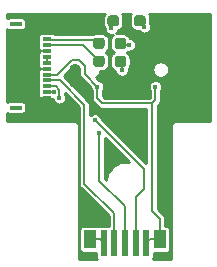
<source format=gbr>
%TF.GenerationSoftware,KiCad,Pcbnew,(5.1.10)-1*%
%TF.CreationDate,2022-03-08T18:47:31-05:00*%
%TF.ProjectId,030,3033302e-6b69-4636-9164-5f7063625858,rev?*%
%TF.SameCoordinates,Original*%
%TF.FileFunction,Copper,L1,Top*%
%TF.FilePolarity,Positive*%
%FSLAX46Y46*%
G04 Gerber Fmt 4.6, Leading zero omitted, Abs format (unit mm)*
G04 Created by KiCad (PCBNEW (5.1.10)-1) date 2022-03-08 18:47:31*
%MOMM*%
%LPD*%
G01*
G04 APERTURE LIST*
%TA.AperFunction,ComponentPad*%
%ADD10O,1.000000X1.600000*%
%TD*%
%TA.AperFunction,ComponentPad*%
%ADD11O,1.000000X2.100000*%
%TD*%
%TA.AperFunction,SMDPad,CuDef*%
%ADD12R,0.762000X0.355600*%
%TD*%
%TA.AperFunction,SMDPad,CuDef*%
%ADD13R,1.041400X0.355600*%
%TD*%
%TA.AperFunction,SMDPad,CuDef*%
%ADD14R,1.060000X1.580000*%
%TD*%
%TA.AperFunction,SMDPad,CuDef*%
%ADD15R,0.600000X2.180000*%
%TD*%
%TA.AperFunction,ViaPad*%
%ADD16C,0.400000*%
%TD*%
%TA.AperFunction,Conductor*%
%ADD17C,0.200000*%
%TD*%
%TA.AperFunction,Conductor*%
%ADD18C,0.250000*%
%TD*%
%TA.AperFunction,Conductor*%
%ADD19C,0.100000*%
%TD*%
G04 APERTURE END LIST*
D10*
%TO.P,USB,S1*%
%TO.N,GND*%
X110619000Y-53814000D03*
X101979000Y-53814000D03*
D11*
X101979000Y-57994000D03*
X110619000Y-57994000D03*
%TD*%
D12*
%TO.P,J1,1*%
%TO.N,GND*%
X99568000Y-54388001D03*
%TO.P,J1,2*%
%TO.N,/D+*%
X99568000Y-54888000D03*
%TO.P,J1,3*%
%TO.N,/D-*%
X99568000Y-55388002D03*
%TO.P,J1,4*%
%TO.N,GND*%
X99568000Y-55888001D03*
%TO.P,J1,5*%
%TO.N,Net-(J1-Pad5)*%
X99568000Y-56388000D03*
%TO.P,J1,6*%
X99568000Y-56888001D03*
%TO.P,J1,7*%
%TO.N,GND*%
X99568000Y-57388001D03*
%TO.P,J1,8*%
%TO.N,+5V*%
X99568000Y-57888002D03*
%TO.P,J1,9*%
%TO.N,/G*%
X99568000Y-58388001D03*
%TO.P,J1,10*%
%TO.N,/R*%
X99568000Y-58888000D03*
%TO.P,J1,11*%
%TO.N,/B*%
X99568000Y-59388002D03*
%TO.P,J1,12*%
%TO.N,GND*%
X99568000Y-59888001D03*
D13*
%TO.P,J1,13*%
%TO.N,N/C*%
X96918000Y-53598000D03*
%TO.P,J1,14*%
X96918000Y-60678002D03*
%TD*%
D14*
%TO.P,D1,1*%
%TO.N,+5V*%
X103222000Y-71836000D03*
D15*
%TO.P,D1,2*%
X104372000Y-72136000D03*
%TO.P,D1,3*%
%TO.N,/G*%
X105272000Y-72136000D03*
%TO.P,D1,4*%
%TO.N,/R*%
X106172000Y-72136000D03*
%TO.P,D1,5*%
%TO.N,/B*%
X107072000Y-72136000D03*
%TO.P,D1,6*%
%TO.N,+5V*%
X107972000Y-72136000D03*
D14*
%TO.P,D1,7*%
X109122000Y-71836000D03*
%TD*%
%TO.P,R1,1*%
%TO.N,Net-(J2-PadA6)*%
%TA.AperFunction,SMDPad,CuDef*%
G36*
G01*
X106278500Y-55007500D02*
X106278500Y-55482500D01*
G75*
G02*
X106041000Y-55720000I-237500J0D01*
G01*
X105541000Y-55720000D01*
G75*
G02*
X105303500Y-55482500I0J237500D01*
G01*
X105303500Y-55007500D01*
G75*
G02*
X105541000Y-54770000I237500J0D01*
G01*
X106041000Y-54770000D01*
G75*
G02*
X106278500Y-55007500I0J-237500D01*
G01*
G37*
%TD.AperFunction*%
%TO.P,R1,2*%
%TO.N,/D+*%
%TA.AperFunction,SMDPad,CuDef*%
G36*
G01*
X104453500Y-55007500D02*
X104453500Y-55482500D01*
G75*
G02*
X104216000Y-55720000I-237500J0D01*
G01*
X103716000Y-55720000D01*
G75*
G02*
X103478500Y-55482500I0J237500D01*
G01*
X103478500Y-55007500D01*
G75*
G02*
X103716000Y-54770000I237500J0D01*
G01*
X104216000Y-54770000D01*
G75*
G02*
X104453500Y-55007500I0J-237500D01*
G01*
G37*
%TD.AperFunction*%
%TD*%
%TO.P,R2,2*%
%TO.N,/D-*%
%TA.AperFunction,SMDPad,CuDef*%
G36*
G01*
X104453500Y-56531500D02*
X104453500Y-57006500D01*
G75*
G02*
X104216000Y-57244000I-237500J0D01*
G01*
X103716000Y-57244000D01*
G75*
G02*
X103478500Y-57006500I0J237500D01*
G01*
X103478500Y-56531500D01*
G75*
G02*
X103716000Y-56294000I237500J0D01*
G01*
X104216000Y-56294000D01*
G75*
G02*
X104453500Y-56531500I0J-237500D01*
G01*
G37*
%TD.AperFunction*%
%TO.P,R2,1*%
%TO.N,Net-(J2-PadA7)*%
%TA.AperFunction,SMDPad,CuDef*%
G36*
G01*
X106278500Y-56531500D02*
X106278500Y-57006500D01*
G75*
G02*
X106041000Y-57244000I-237500J0D01*
G01*
X105541000Y-57244000D01*
G75*
G02*
X105303500Y-57006500I0J237500D01*
G01*
X105303500Y-56531500D01*
G75*
G02*
X105541000Y-56294000I237500J0D01*
G01*
X106041000Y-56294000D01*
G75*
G02*
X106278500Y-56531500I0J-237500D01*
G01*
G37*
%TD.AperFunction*%
%TD*%
%TO.P,R3,1*%
%TO.N,Net-(J2-PadB5)*%
%TA.AperFunction,SMDPad,CuDef*%
G36*
G01*
X106954500Y-53577500D02*
X106954500Y-53102500D01*
G75*
G02*
X107192000Y-52865000I237500J0D01*
G01*
X107692000Y-52865000D01*
G75*
G02*
X107929500Y-53102500I0J-237500D01*
G01*
X107929500Y-53577500D01*
G75*
G02*
X107692000Y-53815000I-237500J0D01*
G01*
X107192000Y-53815000D01*
G75*
G02*
X106954500Y-53577500I0J237500D01*
G01*
G37*
%TD.AperFunction*%
%TO.P,R3,2*%
%TO.N,GND*%
%TA.AperFunction,SMDPad,CuDef*%
G36*
G01*
X108779500Y-53577500D02*
X108779500Y-53102500D01*
G75*
G02*
X109017000Y-52865000I237500J0D01*
G01*
X109517000Y-52865000D01*
G75*
G02*
X109754500Y-53102500I0J-237500D01*
G01*
X109754500Y-53577500D01*
G75*
G02*
X109517000Y-53815000I-237500J0D01*
G01*
X109017000Y-53815000D01*
G75*
G02*
X108779500Y-53577500I0J237500D01*
G01*
G37*
%TD.AperFunction*%
%TD*%
%TO.P,R4,2*%
%TO.N,Net-(J2-PadA5)*%
%TA.AperFunction,SMDPad,CuDef*%
G36*
G01*
X104692000Y-53577500D02*
X104692000Y-53102500D01*
G75*
G02*
X104929500Y-52865000I237500J0D01*
G01*
X105429500Y-52865000D01*
G75*
G02*
X105667000Y-53102500I0J-237500D01*
G01*
X105667000Y-53577500D01*
G75*
G02*
X105429500Y-53815000I-237500J0D01*
G01*
X104929500Y-53815000D01*
G75*
G02*
X104692000Y-53577500I0J237500D01*
G01*
G37*
%TD.AperFunction*%
%TO.P,R4,1*%
%TO.N,GND*%
%TA.AperFunction,SMDPad,CuDef*%
G36*
G01*
X102867000Y-53577500D02*
X102867000Y-53102500D01*
G75*
G02*
X103104500Y-52865000I237500J0D01*
G01*
X103604500Y-52865000D01*
G75*
G02*
X103842000Y-53102500I0J-237500D01*
G01*
X103842000Y-53577500D01*
G75*
G02*
X103604500Y-53815000I-237500J0D01*
G01*
X103104500Y-53815000D01*
G75*
G02*
X102867000Y-53577500I0J237500D01*
G01*
G37*
%TD.AperFunction*%
%TD*%
D16*
%TO.N,+5V*%
X103849000Y-58909000D03*
X108749000Y-58909000D03*
X109122000Y-71836000D03*
X103222000Y-71836000D03*
%TO.N,/R*%
X100616018Y-59863001D03*
X104013000Y-62865000D03*
%TO.N,/B*%
X103632000Y-61722000D03*
X100140867Y-59388001D03*
%TO.N,GND*%
X105791000Y-64897000D03*
X104648000Y-63627000D03*
X101600000Y-61468000D03*
X109855000Y-70358000D03*
X109474000Y-66167000D03*
X104521000Y-69723000D03*
X102616000Y-68199000D03*
X102743000Y-70231000D03*
X109347000Y-68834000D03*
X104648000Y-65786000D03*
X107823000Y-64770000D03*
X106045000Y-63119000D03*
X104648000Y-61468000D03*
X109220000Y-55626000D03*
X98560001Y-55888001D03*
X98567999Y-57388001D03*
X98679000Y-59944000D03*
X98679000Y-53721000D03*
X104267000Y-57658000D03*
%TO.N,Net-(J2-PadA6)*%
X106553000Y-55372000D03*
%TO.N,Net-(J2-PadB5)*%
X107823000Y-53848000D03*
%TO.N,Net-(J2-PadA7)*%
X105918000Y-57531000D03*
%TO.N,Net-(J2-PadA5)*%
X105029000Y-53975000D03*
%TD*%
D17*
%TO.N,+5V*%
X102754010Y-57814010D02*
X103849000Y-58909000D01*
X102754010Y-57122981D02*
X102754010Y-57814010D01*
X102300019Y-56668990D02*
X102754010Y-57122981D01*
X101657981Y-56668990D02*
X102300019Y-56668990D01*
X100438969Y-57888002D02*
X101657981Y-56668990D01*
X99568000Y-57888002D02*
X100438969Y-57888002D01*
X103849000Y-58909000D02*
X103849000Y-59907000D01*
X103849000Y-59907000D02*
X104267000Y-60325000D01*
X104267000Y-60325000D02*
X108458000Y-60325000D01*
X108749000Y-60034000D02*
X108749000Y-58909000D01*
X108458000Y-60325000D02*
X108749000Y-60034000D01*
X108458000Y-60325000D02*
X108458000Y-69469000D01*
X109122000Y-70133000D02*
X109122000Y-71836000D01*
X108458000Y-69469000D02*
X109122000Y-70133000D01*
X108272000Y-71836000D02*
X107972000Y-72136000D01*
X109122000Y-71836000D02*
X108272000Y-71836000D01*
X104072000Y-71836000D02*
X104372000Y-72136000D01*
X103222000Y-71836000D02*
X104072000Y-71836000D01*
%TO.N,/G*%
X105272000Y-69643998D02*
X105272000Y-72136000D01*
X102743000Y-67114998D02*
X105272000Y-69643998D01*
X102743000Y-60452000D02*
X102743000Y-67114998D01*
X100726972Y-58435972D02*
X102743000Y-60452000D01*
X100726972Y-58388001D02*
X100726972Y-58435972D01*
X99568000Y-58388001D02*
X100726972Y-58388001D01*
%TO.N,/R*%
X100616018Y-59160150D02*
X100616018Y-59863001D01*
X100343868Y-58888000D02*
X100616018Y-59160150D01*
X99568000Y-58888000D02*
X100343868Y-58888000D01*
X106172000Y-69031311D02*
X106172000Y-72136000D01*
X104013000Y-66872311D02*
X106172000Y-69031311D01*
X104013000Y-62865000D02*
X104013000Y-66872311D01*
%TO.N,/B*%
X107800963Y-65890963D02*
X103632000Y-61722000D01*
X107800963Y-67552224D02*
X107800963Y-65890963D01*
X107072000Y-68281187D02*
X107800963Y-67552224D01*
X107072000Y-72136000D02*
X107072000Y-68281187D01*
X99568001Y-59388001D02*
X99568000Y-59388002D01*
X100140867Y-59388001D02*
X99568001Y-59388001D01*
%TO.N,GND*%
X99568000Y-55888001D02*
X98560001Y-55888001D01*
X99568000Y-57388001D02*
X98567999Y-57388001D01*
X99568000Y-59888001D02*
X99004001Y-59888001D01*
X99568000Y-54388001D02*
X99568000Y-54356000D01*
X99568000Y-54356000D02*
X99314000Y-54102000D01*
X98560001Y-55888001D02*
X98560001Y-55888001D01*
X98567999Y-57388001D02*
X98567999Y-57388001D01*
%TO.N,/D+*%
X99615201Y-54935201D02*
X99568000Y-54888000D01*
X103656201Y-54935201D02*
X99615201Y-54935201D01*
X103966000Y-55245000D02*
X103656201Y-54935201D01*
%TO.N,/D-*%
X102585002Y-55388002D02*
X99568000Y-55388002D01*
X103966000Y-56769000D02*
X102585002Y-55388002D01*
%TO.N,Net-(J1-Pad5)*%
X99568000Y-56388000D02*
X99568000Y-56888001D01*
%TO.N,Net-(J2-PadA6)*%
X105918000Y-55372000D02*
X105791000Y-55245000D01*
X106553000Y-55372000D02*
X105918000Y-55372000D01*
%TO.N,Net-(J2-PadB5)*%
X107823000Y-53721000D02*
X107442000Y-53340000D01*
X107823000Y-53848000D02*
X107823000Y-53721000D01*
D18*
%TO.N,Net-(J2-PadA7)*%
X105778323Y-56781677D02*
X105791000Y-56769000D01*
D17*
X105918000Y-56896000D02*
X105791000Y-56769000D01*
X105918000Y-57531000D02*
X105918000Y-56896000D01*
D18*
%TO.N,Net-(J2-PadA5)*%
X104902000Y-53617500D02*
X105179500Y-53340000D01*
D17*
X105029000Y-53490500D02*
X105179500Y-53340000D01*
X105029000Y-53975000D02*
X105029000Y-53490500D01*
%TD*%
D18*
%TO.N,GND*%
X104418717Y-52761205D02*
X104361948Y-52867412D01*
X104326990Y-52982653D01*
X104315186Y-53102500D01*
X104315186Y-53577500D01*
X104326990Y-53697347D01*
X104361948Y-53812588D01*
X104418717Y-53918795D01*
X104454000Y-53961788D01*
X104454000Y-54031633D01*
X104476097Y-54142721D01*
X104519442Y-54247365D01*
X104582368Y-54341541D01*
X104662459Y-54421632D01*
X104756635Y-54484558D01*
X104861279Y-54527903D01*
X104972367Y-54550000D01*
X105085633Y-54550000D01*
X105150502Y-54537097D01*
X105106614Y-54573114D01*
X105030217Y-54666205D01*
X104973448Y-54772412D01*
X104938490Y-54887653D01*
X104926686Y-55007500D01*
X104926686Y-55482500D01*
X104938490Y-55602347D01*
X104973448Y-55717588D01*
X105030217Y-55823795D01*
X105106614Y-55916886D01*
X105199705Y-55993283D01*
X105225368Y-56007000D01*
X105199705Y-56020717D01*
X105106614Y-56097114D01*
X105030217Y-56190205D01*
X104973448Y-56296412D01*
X104938490Y-56411653D01*
X104926686Y-56531500D01*
X104926686Y-57006500D01*
X104938490Y-57126347D01*
X104973448Y-57241588D01*
X105030217Y-57347795D01*
X105106614Y-57440886D01*
X105199705Y-57517283D01*
X105305912Y-57574052D01*
X105343000Y-57585303D01*
X105343000Y-57587633D01*
X105365097Y-57698721D01*
X105408442Y-57803365D01*
X105471368Y-57897541D01*
X105551459Y-57977632D01*
X105645635Y-58040558D01*
X105750279Y-58083903D01*
X105861367Y-58106000D01*
X105974633Y-58106000D01*
X106085721Y-58083903D01*
X106190365Y-58040558D01*
X106284541Y-57977632D01*
X106364632Y-57897541D01*
X106427558Y-57803365D01*
X106470903Y-57698721D01*
X106493000Y-57587633D01*
X106493000Y-57474367D01*
X106484203Y-57430142D01*
X106512997Y-57395056D01*
X108489000Y-57395056D01*
X108489000Y-57532944D01*
X108515901Y-57668182D01*
X108568668Y-57795574D01*
X108645274Y-57910224D01*
X108742776Y-58007726D01*
X108857426Y-58084332D01*
X108984818Y-58137099D01*
X109120056Y-58164000D01*
X109257944Y-58164000D01*
X109393182Y-58137099D01*
X109520574Y-58084332D01*
X109635224Y-58007726D01*
X109732726Y-57910224D01*
X109809332Y-57795574D01*
X109862099Y-57668182D01*
X109889000Y-57532944D01*
X109889000Y-57395056D01*
X109862099Y-57259818D01*
X109809332Y-57132426D01*
X109732726Y-57017776D01*
X109635224Y-56920274D01*
X109520574Y-56843668D01*
X109393182Y-56790901D01*
X109257944Y-56764000D01*
X109120056Y-56764000D01*
X108984818Y-56790901D01*
X108857426Y-56843668D01*
X108742776Y-56920274D01*
X108645274Y-57017776D01*
X108568668Y-57132426D01*
X108515901Y-57259818D01*
X108489000Y-57395056D01*
X106512997Y-57395056D01*
X106551783Y-57347795D01*
X106608552Y-57241588D01*
X106643510Y-57126347D01*
X106655314Y-57006500D01*
X106655314Y-56531500D01*
X106643510Y-56411653D01*
X106608552Y-56296412D01*
X106551783Y-56190205D01*
X106475386Y-56097114D01*
X106382295Y-56020717D01*
X106356632Y-56007000D01*
X106382295Y-55993283D01*
X106449944Y-55937766D01*
X106496367Y-55947000D01*
X106609633Y-55947000D01*
X106720721Y-55924903D01*
X106825365Y-55881558D01*
X106919541Y-55818632D01*
X106999632Y-55738541D01*
X107062558Y-55644365D01*
X107105903Y-55539721D01*
X107128000Y-55428633D01*
X107128000Y-55315367D01*
X107105903Y-55204279D01*
X107062558Y-55099635D01*
X106999632Y-55005459D01*
X106919541Y-54925368D01*
X106825365Y-54862442D01*
X106720721Y-54819097D01*
X106616420Y-54798350D01*
X106608552Y-54772412D01*
X106551783Y-54666205D01*
X106475386Y-54573114D01*
X106382295Y-54496717D01*
X106276088Y-54439948D01*
X106160847Y-54404990D01*
X106041000Y-54393186D01*
X105541000Y-54393186D01*
X105421153Y-54404990D01*
X105408277Y-54408896D01*
X105475632Y-54341541D01*
X105538558Y-54247365D01*
X105568916Y-54174074D01*
X105664588Y-54145052D01*
X105770795Y-54088283D01*
X105863886Y-54011886D01*
X105940283Y-53918795D01*
X105997052Y-53812588D01*
X106032010Y-53697347D01*
X106043814Y-53577500D01*
X106043814Y-53102500D01*
X106032010Y-52982653D01*
X105997052Y-52867412D01*
X105940283Y-52761205D01*
X105909750Y-52724000D01*
X106711750Y-52724000D01*
X106681217Y-52761205D01*
X106624448Y-52867412D01*
X106589490Y-52982653D01*
X106577686Y-53102500D01*
X106577686Y-53577500D01*
X106589490Y-53697347D01*
X106624448Y-53812588D01*
X106681217Y-53918795D01*
X106757614Y-54011886D01*
X106850705Y-54088283D01*
X106956912Y-54145052D01*
X107072153Y-54180010D01*
X107192000Y-54191814D01*
X107361182Y-54191814D01*
X107376368Y-54214541D01*
X107456459Y-54294632D01*
X107550635Y-54357558D01*
X107655279Y-54400903D01*
X107766367Y-54423000D01*
X107879633Y-54423000D01*
X107990721Y-54400903D01*
X108095365Y-54357558D01*
X108189541Y-54294632D01*
X108269632Y-54214541D01*
X108332558Y-54120365D01*
X108375903Y-54015721D01*
X108398000Y-53904633D01*
X108398000Y-53791367D01*
X108375903Y-53680279D01*
X108332558Y-53575635D01*
X108306314Y-53536358D01*
X108306314Y-53102500D01*
X108294510Y-52982653D01*
X108259552Y-52867412D01*
X108202783Y-52761205D01*
X108172250Y-52724000D01*
X113392001Y-52724000D01*
X113392000Y-61830000D01*
X110509647Y-61830000D01*
X110490000Y-61828065D01*
X110470354Y-61830000D01*
X110470353Y-61830000D01*
X110411586Y-61835788D01*
X110336186Y-61858660D01*
X110266697Y-61895803D01*
X110205789Y-61945789D01*
X110155803Y-62006697D01*
X110118660Y-62076186D01*
X110095788Y-62151586D01*
X110088065Y-62230000D01*
X110090001Y-62249657D01*
X110090000Y-73514000D01*
X108512186Y-73514000D01*
X108538448Y-73492448D01*
X108585309Y-73435347D01*
X108620131Y-73370200D01*
X108641574Y-73299513D01*
X108648814Y-73226000D01*
X108648814Y-73002814D01*
X109652000Y-73002814D01*
X109725513Y-72995574D01*
X109796200Y-72974131D01*
X109861347Y-72939309D01*
X109918448Y-72892448D01*
X109965309Y-72835347D01*
X110000131Y-72770200D01*
X110021574Y-72699513D01*
X110028814Y-72626000D01*
X110028814Y-71046000D01*
X110021574Y-70972487D01*
X110000131Y-70901800D01*
X109965309Y-70836653D01*
X109918448Y-70779552D01*
X109861347Y-70732691D01*
X109796200Y-70697869D01*
X109725513Y-70676426D01*
X109652000Y-70669186D01*
X109597000Y-70669186D01*
X109597000Y-70156332D01*
X109599298Y-70133000D01*
X109590127Y-70039884D01*
X109562966Y-69950345D01*
X109547602Y-69921602D01*
X109518859Y-69867827D01*
X109459501Y-69795499D01*
X109441377Y-69780625D01*
X108933000Y-69272250D01*
X108933000Y-60521750D01*
X109068366Y-60386384D01*
X109086501Y-60371501D01*
X109145859Y-60299173D01*
X109189966Y-60216654D01*
X109212507Y-60142345D01*
X109217127Y-60127117D01*
X109226298Y-60034001D01*
X109224000Y-60010669D01*
X109224000Y-59233085D01*
X109258558Y-59181365D01*
X109301903Y-59076721D01*
X109324000Y-58965633D01*
X109324000Y-58852367D01*
X109301903Y-58741279D01*
X109258558Y-58636635D01*
X109195632Y-58542459D01*
X109115541Y-58462368D01*
X109021365Y-58399442D01*
X108916721Y-58356097D01*
X108805633Y-58334000D01*
X108692367Y-58334000D01*
X108581279Y-58356097D01*
X108476635Y-58399442D01*
X108382459Y-58462368D01*
X108302368Y-58542459D01*
X108239442Y-58636635D01*
X108196097Y-58741279D01*
X108174000Y-58852367D01*
X108174000Y-58965633D01*
X108196097Y-59076721D01*
X108239442Y-59181365D01*
X108274001Y-59233086D01*
X108274000Y-59837250D01*
X108261250Y-59850000D01*
X104463751Y-59850000D01*
X104324000Y-59710250D01*
X104324000Y-59233085D01*
X104358558Y-59181365D01*
X104401903Y-59076721D01*
X104424000Y-58965633D01*
X104424000Y-58852367D01*
X104401903Y-58741279D01*
X104358558Y-58636635D01*
X104295632Y-58542459D01*
X104215541Y-58462368D01*
X104121365Y-58399442D01*
X104016721Y-58356097D01*
X103955713Y-58343962D01*
X103709114Y-58097363D01*
X103740574Y-58084332D01*
X103855224Y-58007726D01*
X103952726Y-57910224D01*
X104029332Y-57795574D01*
X104082099Y-57668182D01*
X104091521Y-57620814D01*
X104216000Y-57620814D01*
X104335847Y-57609010D01*
X104451088Y-57574052D01*
X104557295Y-57517283D01*
X104650386Y-57440886D01*
X104726783Y-57347795D01*
X104783552Y-57241588D01*
X104818510Y-57126347D01*
X104830314Y-57006500D01*
X104830314Y-56531500D01*
X104818510Y-56411653D01*
X104783552Y-56296412D01*
X104726783Y-56190205D01*
X104650386Y-56097114D01*
X104557295Y-56020717D01*
X104531632Y-56007000D01*
X104557295Y-55993283D01*
X104650386Y-55916886D01*
X104726783Y-55823795D01*
X104783552Y-55717588D01*
X104818510Y-55602347D01*
X104830314Y-55482500D01*
X104830314Y-55007500D01*
X104818510Y-54887653D01*
X104783552Y-54772412D01*
X104726783Y-54666205D01*
X104650386Y-54573114D01*
X104557295Y-54496717D01*
X104451088Y-54439948D01*
X104335847Y-54404990D01*
X104216000Y-54393186D01*
X103716000Y-54393186D01*
X103596153Y-54404990D01*
X103480912Y-54439948D01*
X103443021Y-54460201D01*
X100228947Y-54460201D01*
X100215448Y-54443752D01*
X100158347Y-54396891D01*
X100093200Y-54362069D01*
X100022513Y-54340626D01*
X99949000Y-54333386D01*
X99187000Y-54333386D01*
X99113487Y-54340626D01*
X99042800Y-54362069D01*
X98977653Y-54396891D01*
X98920552Y-54443752D01*
X98873691Y-54500853D01*
X98838869Y-54566000D01*
X98817426Y-54636687D01*
X98810186Y-54710200D01*
X98810186Y-55065800D01*
X98817297Y-55138001D01*
X98810186Y-55210202D01*
X98810186Y-55565802D01*
X98817426Y-55639315D01*
X98838869Y-55710002D01*
X98873691Y-55775149D01*
X98920552Y-55832250D01*
X98977653Y-55879111D01*
X98994285Y-55888001D01*
X98977653Y-55896891D01*
X98920552Y-55943752D01*
X98873691Y-56000853D01*
X98838869Y-56066000D01*
X98817426Y-56136687D01*
X98810186Y-56210200D01*
X98810186Y-56565800D01*
X98817297Y-56638001D01*
X98810186Y-56710201D01*
X98810186Y-57065801D01*
X98817426Y-57139314D01*
X98838869Y-57210001D01*
X98873691Y-57275148D01*
X98920552Y-57332249D01*
X98977653Y-57379110D01*
X98994288Y-57388002D01*
X98977653Y-57396893D01*
X98920552Y-57443754D01*
X98873691Y-57500855D01*
X98838869Y-57566002D01*
X98817426Y-57636689D01*
X98810186Y-57710202D01*
X98810186Y-58065802D01*
X98817297Y-58138002D01*
X98810186Y-58210201D01*
X98810186Y-58565801D01*
X98817297Y-58638000D01*
X98810186Y-58710200D01*
X98810186Y-59065800D01*
X98817297Y-59138001D01*
X98810186Y-59210202D01*
X98810186Y-59565802D01*
X98817426Y-59639315D01*
X98838869Y-59710002D01*
X98873691Y-59775149D01*
X98920552Y-59832250D01*
X98977653Y-59879111D01*
X99042800Y-59913933D01*
X99113487Y-59935376D01*
X99187000Y-59942616D01*
X99949000Y-59942616D01*
X99971847Y-59940366D01*
X99973146Y-59940904D01*
X100048219Y-59955837D01*
X100063115Y-60030722D01*
X100106460Y-60135366D01*
X100169386Y-60229542D01*
X100249477Y-60309633D01*
X100343653Y-60372559D01*
X100448297Y-60415904D01*
X100559385Y-60438001D01*
X100672651Y-60438001D01*
X100783739Y-60415904D01*
X100888383Y-60372559D01*
X100982559Y-60309633D01*
X101062650Y-60229542D01*
X101125576Y-60135366D01*
X101168921Y-60030722D01*
X101191018Y-59919634D01*
X101191018Y-59806368D01*
X101168921Y-59695280D01*
X101125576Y-59590636D01*
X101091018Y-59538916D01*
X101091018Y-59471768D01*
X102268000Y-60648751D01*
X102268001Y-67091656D01*
X102265702Y-67114998D01*
X102274873Y-67208114D01*
X102302035Y-67297652D01*
X102346142Y-67380171D01*
X102405500Y-67452499D01*
X102423629Y-67467377D01*
X104797000Y-69840749D01*
X104797000Y-70692045D01*
X104745513Y-70676426D01*
X104672000Y-70669186D01*
X104072000Y-70669186D01*
X103998487Y-70676426D01*
X103927800Y-70697869D01*
X103912000Y-70706314D01*
X103896200Y-70697869D01*
X103825513Y-70676426D01*
X103752000Y-70669186D01*
X102692000Y-70669186D01*
X102618487Y-70676426D01*
X102547800Y-70697869D01*
X102482653Y-70732691D01*
X102425552Y-70779552D01*
X102378691Y-70836653D01*
X102343869Y-70901800D01*
X102322426Y-70972487D01*
X102315186Y-71046000D01*
X102315186Y-72626000D01*
X102322426Y-72699513D01*
X102343869Y-72770200D01*
X102378691Y-72835347D01*
X102425552Y-72892448D01*
X102482653Y-72939309D01*
X102547800Y-72974131D01*
X102618487Y-72995574D01*
X102692000Y-73002814D01*
X103695186Y-73002814D01*
X103695186Y-73226000D01*
X103702426Y-73299513D01*
X103723869Y-73370200D01*
X103758691Y-73435347D01*
X103805552Y-73492448D01*
X103831814Y-73514000D01*
X102254000Y-73514000D01*
X102254000Y-62249646D01*
X102255935Y-62230000D01*
X102248212Y-62151586D01*
X102225340Y-62076186D01*
X102188197Y-62006697D01*
X102138211Y-61945789D01*
X102077303Y-61895803D01*
X102007814Y-61858660D01*
X101932414Y-61835788D01*
X101873647Y-61830000D01*
X101873646Y-61830000D01*
X101854000Y-61828065D01*
X101834353Y-61830000D01*
X96158000Y-61830000D01*
X96158000Y-61144530D01*
X96187953Y-61169111D01*
X96253100Y-61203933D01*
X96323787Y-61225376D01*
X96397300Y-61232616D01*
X97438700Y-61232616D01*
X97512213Y-61225376D01*
X97582900Y-61203933D01*
X97648047Y-61169111D01*
X97705148Y-61122250D01*
X97752009Y-61065149D01*
X97786831Y-61000002D01*
X97808274Y-60929315D01*
X97815514Y-60855802D01*
X97815514Y-60500202D01*
X97808274Y-60426689D01*
X97786831Y-60356002D01*
X97752009Y-60290855D01*
X97705148Y-60233754D01*
X97648047Y-60186893D01*
X97582900Y-60152071D01*
X97512213Y-60130628D01*
X97438700Y-60123388D01*
X96397300Y-60123388D01*
X96323787Y-60130628D01*
X96253100Y-60152071D01*
X96187953Y-60186893D01*
X96158000Y-60211474D01*
X96158000Y-54064528D01*
X96187953Y-54089109D01*
X96253100Y-54123931D01*
X96323787Y-54145374D01*
X96397300Y-54152614D01*
X97438700Y-54152614D01*
X97512213Y-54145374D01*
X97582900Y-54123931D01*
X97648047Y-54089109D01*
X97705148Y-54042248D01*
X97752009Y-53985147D01*
X97786831Y-53920000D01*
X97808274Y-53849313D01*
X97815514Y-53775800D01*
X97815514Y-53420200D01*
X97808274Y-53346687D01*
X97786831Y-53276000D01*
X97752009Y-53210853D01*
X97705148Y-53153752D01*
X97648047Y-53106891D01*
X97582900Y-53072069D01*
X97512213Y-53050626D01*
X97438700Y-53043386D01*
X96397300Y-53043386D01*
X96323787Y-53050626D01*
X96253100Y-53072069D01*
X96187953Y-53106891D01*
X96158000Y-53131472D01*
X96158000Y-52724000D01*
X104449250Y-52724000D01*
X104418717Y-52761205D01*
%TA.AperFunction,Conductor*%
D19*
G36*
X104418717Y-52761205D02*
G01*
X104361948Y-52867412D01*
X104326990Y-52982653D01*
X104315186Y-53102500D01*
X104315186Y-53577500D01*
X104326990Y-53697347D01*
X104361948Y-53812588D01*
X104418717Y-53918795D01*
X104454000Y-53961788D01*
X104454000Y-54031633D01*
X104476097Y-54142721D01*
X104519442Y-54247365D01*
X104582368Y-54341541D01*
X104662459Y-54421632D01*
X104756635Y-54484558D01*
X104861279Y-54527903D01*
X104972367Y-54550000D01*
X105085633Y-54550000D01*
X105150502Y-54537097D01*
X105106614Y-54573114D01*
X105030217Y-54666205D01*
X104973448Y-54772412D01*
X104938490Y-54887653D01*
X104926686Y-55007500D01*
X104926686Y-55482500D01*
X104938490Y-55602347D01*
X104973448Y-55717588D01*
X105030217Y-55823795D01*
X105106614Y-55916886D01*
X105199705Y-55993283D01*
X105225368Y-56007000D01*
X105199705Y-56020717D01*
X105106614Y-56097114D01*
X105030217Y-56190205D01*
X104973448Y-56296412D01*
X104938490Y-56411653D01*
X104926686Y-56531500D01*
X104926686Y-57006500D01*
X104938490Y-57126347D01*
X104973448Y-57241588D01*
X105030217Y-57347795D01*
X105106614Y-57440886D01*
X105199705Y-57517283D01*
X105305912Y-57574052D01*
X105343000Y-57585303D01*
X105343000Y-57587633D01*
X105365097Y-57698721D01*
X105408442Y-57803365D01*
X105471368Y-57897541D01*
X105551459Y-57977632D01*
X105645635Y-58040558D01*
X105750279Y-58083903D01*
X105861367Y-58106000D01*
X105974633Y-58106000D01*
X106085721Y-58083903D01*
X106190365Y-58040558D01*
X106284541Y-57977632D01*
X106364632Y-57897541D01*
X106427558Y-57803365D01*
X106470903Y-57698721D01*
X106493000Y-57587633D01*
X106493000Y-57474367D01*
X106484203Y-57430142D01*
X106512997Y-57395056D01*
X108489000Y-57395056D01*
X108489000Y-57532944D01*
X108515901Y-57668182D01*
X108568668Y-57795574D01*
X108645274Y-57910224D01*
X108742776Y-58007726D01*
X108857426Y-58084332D01*
X108984818Y-58137099D01*
X109120056Y-58164000D01*
X109257944Y-58164000D01*
X109393182Y-58137099D01*
X109520574Y-58084332D01*
X109635224Y-58007726D01*
X109732726Y-57910224D01*
X109809332Y-57795574D01*
X109862099Y-57668182D01*
X109889000Y-57532944D01*
X109889000Y-57395056D01*
X109862099Y-57259818D01*
X109809332Y-57132426D01*
X109732726Y-57017776D01*
X109635224Y-56920274D01*
X109520574Y-56843668D01*
X109393182Y-56790901D01*
X109257944Y-56764000D01*
X109120056Y-56764000D01*
X108984818Y-56790901D01*
X108857426Y-56843668D01*
X108742776Y-56920274D01*
X108645274Y-57017776D01*
X108568668Y-57132426D01*
X108515901Y-57259818D01*
X108489000Y-57395056D01*
X106512997Y-57395056D01*
X106551783Y-57347795D01*
X106608552Y-57241588D01*
X106643510Y-57126347D01*
X106655314Y-57006500D01*
X106655314Y-56531500D01*
X106643510Y-56411653D01*
X106608552Y-56296412D01*
X106551783Y-56190205D01*
X106475386Y-56097114D01*
X106382295Y-56020717D01*
X106356632Y-56007000D01*
X106382295Y-55993283D01*
X106449944Y-55937766D01*
X106496367Y-55947000D01*
X106609633Y-55947000D01*
X106720721Y-55924903D01*
X106825365Y-55881558D01*
X106919541Y-55818632D01*
X106999632Y-55738541D01*
X107062558Y-55644365D01*
X107105903Y-55539721D01*
X107128000Y-55428633D01*
X107128000Y-55315367D01*
X107105903Y-55204279D01*
X107062558Y-55099635D01*
X106999632Y-55005459D01*
X106919541Y-54925368D01*
X106825365Y-54862442D01*
X106720721Y-54819097D01*
X106616420Y-54798350D01*
X106608552Y-54772412D01*
X106551783Y-54666205D01*
X106475386Y-54573114D01*
X106382295Y-54496717D01*
X106276088Y-54439948D01*
X106160847Y-54404990D01*
X106041000Y-54393186D01*
X105541000Y-54393186D01*
X105421153Y-54404990D01*
X105408277Y-54408896D01*
X105475632Y-54341541D01*
X105538558Y-54247365D01*
X105568916Y-54174074D01*
X105664588Y-54145052D01*
X105770795Y-54088283D01*
X105863886Y-54011886D01*
X105940283Y-53918795D01*
X105997052Y-53812588D01*
X106032010Y-53697347D01*
X106043814Y-53577500D01*
X106043814Y-53102500D01*
X106032010Y-52982653D01*
X105997052Y-52867412D01*
X105940283Y-52761205D01*
X105909750Y-52724000D01*
X106711750Y-52724000D01*
X106681217Y-52761205D01*
X106624448Y-52867412D01*
X106589490Y-52982653D01*
X106577686Y-53102500D01*
X106577686Y-53577500D01*
X106589490Y-53697347D01*
X106624448Y-53812588D01*
X106681217Y-53918795D01*
X106757614Y-54011886D01*
X106850705Y-54088283D01*
X106956912Y-54145052D01*
X107072153Y-54180010D01*
X107192000Y-54191814D01*
X107361182Y-54191814D01*
X107376368Y-54214541D01*
X107456459Y-54294632D01*
X107550635Y-54357558D01*
X107655279Y-54400903D01*
X107766367Y-54423000D01*
X107879633Y-54423000D01*
X107990721Y-54400903D01*
X108095365Y-54357558D01*
X108189541Y-54294632D01*
X108269632Y-54214541D01*
X108332558Y-54120365D01*
X108375903Y-54015721D01*
X108398000Y-53904633D01*
X108398000Y-53791367D01*
X108375903Y-53680279D01*
X108332558Y-53575635D01*
X108306314Y-53536358D01*
X108306314Y-53102500D01*
X108294510Y-52982653D01*
X108259552Y-52867412D01*
X108202783Y-52761205D01*
X108172250Y-52724000D01*
X113392001Y-52724000D01*
X113392000Y-61830000D01*
X110509647Y-61830000D01*
X110490000Y-61828065D01*
X110470354Y-61830000D01*
X110470353Y-61830000D01*
X110411586Y-61835788D01*
X110336186Y-61858660D01*
X110266697Y-61895803D01*
X110205789Y-61945789D01*
X110155803Y-62006697D01*
X110118660Y-62076186D01*
X110095788Y-62151586D01*
X110088065Y-62230000D01*
X110090001Y-62249657D01*
X110090000Y-73514000D01*
X108512186Y-73514000D01*
X108538448Y-73492448D01*
X108585309Y-73435347D01*
X108620131Y-73370200D01*
X108641574Y-73299513D01*
X108648814Y-73226000D01*
X108648814Y-73002814D01*
X109652000Y-73002814D01*
X109725513Y-72995574D01*
X109796200Y-72974131D01*
X109861347Y-72939309D01*
X109918448Y-72892448D01*
X109965309Y-72835347D01*
X110000131Y-72770200D01*
X110021574Y-72699513D01*
X110028814Y-72626000D01*
X110028814Y-71046000D01*
X110021574Y-70972487D01*
X110000131Y-70901800D01*
X109965309Y-70836653D01*
X109918448Y-70779552D01*
X109861347Y-70732691D01*
X109796200Y-70697869D01*
X109725513Y-70676426D01*
X109652000Y-70669186D01*
X109597000Y-70669186D01*
X109597000Y-70156332D01*
X109599298Y-70133000D01*
X109590127Y-70039884D01*
X109562966Y-69950345D01*
X109547602Y-69921602D01*
X109518859Y-69867827D01*
X109459501Y-69795499D01*
X109441377Y-69780625D01*
X108933000Y-69272250D01*
X108933000Y-60521750D01*
X109068366Y-60386384D01*
X109086501Y-60371501D01*
X109145859Y-60299173D01*
X109189966Y-60216654D01*
X109212507Y-60142345D01*
X109217127Y-60127117D01*
X109226298Y-60034001D01*
X109224000Y-60010669D01*
X109224000Y-59233085D01*
X109258558Y-59181365D01*
X109301903Y-59076721D01*
X109324000Y-58965633D01*
X109324000Y-58852367D01*
X109301903Y-58741279D01*
X109258558Y-58636635D01*
X109195632Y-58542459D01*
X109115541Y-58462368D01*
X109021365Y-58399442D01*
X108916721Y-58356097D01*
X108805633Y-58334000D01*
X108692367Y-58334000D01*
X108581279Y-58356097D01*
X108476635Y-58399442D01*
X108382459Y-58462368D01*
X108302368Y-58542459D01*
X108239442Y-58636635D01*
X108196097Y-58741279D01*
X108174000Y-58852367D01*
X108174000Y-58965633D01*
X108196097Y-59076721D01*
X108239442Y-59181365D01*
X108274001Y-59233086D01*
X108274000Y-59837250D01*
X108261250Y-59850000D01*
X104463751Y-59850000D01*
X104324000Y-59710250D01*
X104324000Y-59233085D01*
X104358558Y-59181365D01*
X104401903Y-59076721D01*
X104424000Y-58965633D01*
X104424000Y-58852367D01*
X104401903Y-58741279D01*
X104358558Y-58636635D01*
X104295632Y-58542459D01*
X104215541Y-58462368D01*
X104121365Y-58399442D01*
X104016721Y-58356097D01*
X103955713Y-58343962D01*
X103709114Y-58097363D01*
X103740574Y-58084332D01*
X103855224Y-58007726D01*
X103952726Y-57910224D01*
X104029332Y-57795574D01*
X104082099Y-57668182D01*
X104091521Y-57620814D01*
X104216000Y-57620814D01*
X104335847Y-57609010D01*
X104451088Y-57574052D01*
X104557295Y-57517283D01*
X104650386Y-57440886D01*
X104726783Y-57347795D01*
X104783552Y-57241588D01*
X104818510Y-57126347D01*
X104830314Y-57006500D01*
X104830314Y-56531500D01*
X104818510Y-56411653D01*
X104783552Y-56296412D01*
X104726783Y-56190205D01*
X104650386Y-56097114D01*
X104557295Y-56020717D01*
X104531632Y-56007000D01*
X104557295Y-55993283D01*
X104650386Y-55916886D01*
X104726783Y-55823795D01*
X104783552Y-55717588D01*
X104818510Y-55602347D01*
X104830314Y-55482500D01*
X104830314Y-55007500D01*
X104818510Y-54887653D01*
X104783552Y-54772412D01*
X104726783Y-54666205D01*
X104650386Y-54573114D01*
X104557295Y-54496717D01*
X104451088Y-54439948D01*
X104335847Y-54404990D01*
X104216000Y-54393186D01*
X103716000Y-54393186D01*
X103596153Y-54404990D01*
X103480912Y-54439948D01*
X103443021Y-54460201D01*
X100228947Y-54460201D01*
X100215448Y-54443752D01*
X100158347Y-54396891D01*
X100093200Y-54362069D01*
X100022513Y-54340626D01*
X99949000Y-54333386D01*
X99187000Y-54333386D01*
X99113487Y-54340626D01*
X99042800Y-54362069D01*
X98977653Y-54396891D01*
X98920552Y-54443752D01*
X98873691Y-54500853D01*
X98838869Y-54566000D01*
X98817426Y-54636687D01*
X98810186Y-54710200D01*
X98810186Y-55065800D01*
X98817297Y-55138001D01*
X98810186Y-55210202D01*
X98810186Y-55565802D01*
X98817426Y-55639315D01*
X98838869Y-55710002D01*
X98873691Y-55775149D01*
X98920552Y-55832250D01*
X98977653Y-55879111D01*
X98994285Y-55888001D01*
X98977653Y-55896891D01*
X98920552Y-55943752D01*
X98873691Y-56000853D01*
X98838869Y-56066000D01*
X98817426Y-56136687D01*
X98810186Y-56210200D01*
X98810186Y-56565800D01*
X98817297Y-56638001D01*
X98810186Y-56710201D01*
X98810186Y-57065801D01*
X98817426Y-57139314D01*
X98838869Y-57210001D01*
X98873691Y-57275148D01*
X98920552Y-57332249D01*
X98977653Y-57379110D01*
X98994288Y-57388002D01*
X98977653Y-57396893D01*
X98920552Y-57443754D01*
X98873691Y-57500855D01*
X98838869Y-57566002D01*
X98817426Y-57636689D01*
X98810186Y-57710202D01*
X98810186Y-58065802D01*
X98817297Y-58138002D01*
X98810186Y-58210201D01*
X98810186Y-58565801D01*
X98817297Y-58638000D01*
X98810186Y-58710200D01*
X98810186Y-59065800D01*
X98817297Y-59138001D01*
X98810186Y-59210202D01*
X98810186Y-59565802D01*
X98817426Y-59639315D01*
X98838869Y-59710002D01*
X98873691Y-59775149D01*
X98920552Y-59832250D01*
X98977653Y-59879111D01*
X99042800Y-59913933D01*
X99113487Y-59935376D01*
X99187000Y-59942616D01*
X99949000Y-59942616D01*
X99971847Y-59940366D01*
X99973146Y-59940904D01*
X100048219Y-59955837D01*
X100063115Y-60030722D01*
X100106460Y-60135366D01*
X100169386Y-60229542D01*
X100249477Y-60309633D01*
X100343653Y-60372559D01*
X100448297Y-60415904D01*
X100559385Y-60438001D01*
X100672651Y-60438001D01*
X100783739Y-60415904D01*
X100888383Y-60372559D01*
X100982559Y-60309633D01*
X101062650Y-60229542D01*
X101125576Y-60135366D01*
X101168921Y-60030722D01*
X101191018Y-59919634D01*
X101191018Y-59806368D01*
X101168921Y-59695280D01*
X101125576Y-59590636D01*
X101091018Y-59538916D01*
X101091018Y-59471768D01*
X102268000Y-60648751D01*
X102268001Y-67091656D01*
X102265702Y-67114998D01*
X102274873Y-67208114D01*
X102302035Y-67297652D01*
X102346142Y-67380171D01*
X102405500Y-67452499D01*
X102423629Y-67467377D01*
X104797000Y-69840749D01*
X104797000Y-70692045D01*
X104745513Y-70676426D01*
X104672000Y-70669186D01*
X104072000Y-70669186D01*
X103998487Y-70676426D01*
X103927800Y-70697869D01*
X103912000Y-70706314D01*
X103896200Y-70697869D01*
X103825513Y-70676426D01*
X103752000Y-70669186D01*
X102692000Y-70669186D01*
X102618487Y-70676426D01*
X102547800Y-70697869D01*
X102482653Y-70732691D01*
X102425552Y-70779552D01*
X102378691Y-70836653D01*
X102343869Y-70901800D01*
X102322426Y-70972487D01*
X102315186Y-71046000D01*
X102315186Y-72626000D01*
X102322426Y-72699513D01*
X102343869Y-72770200D01*
X102378691Y-72835347D01*
X102425552Y-72892448D01*
X102482653Y-72939309D01*
X102547800Y-72974131D01*
X102618487Y-72995574D01*
X102692000Y-73002814D01*
X103695186Y-73002814D01*
X103695186Y-73226000D01*
X103702426Y-73299513D01*
X103723869Y-73370200D01*
X103758691Y-73435347D01*
X103805552Y-73492448D01*
X103831814Y-73514000D01*
X102254000Y-73514000D01*
X102254000Y-62249646D01*
X102255935Y-62230000D01*
X102248212Y-62151586D01*
X102225340Y-62076186D01*
X102188197Y-62006697D01*
X102138211Y-61945789D01*
X102077303Y-61895803D01*
X102007814Y-61858660D01*
X101932414Y-61835788D01*
X101873647Y-61830000D01*
X101873646Y-61830000D01*
X101854000Y-61828065D01*
X101834353Y-61830000D01*
X96158000Y-61830000D01*
X96158000Y-61144530D01*
X96187953Y-61169111D01*
X96253100Y-61203933D01*
X96323787Y-61225376D01*
X96397300Y-61232616D01*
X97438700Y-61232616D01*
X97512213Y-61225376D01*
X97582900Y-61203933D01*
X97648047Y-61169111D01*
X97705148Y-61122250D01*
X97752009Y-61065149D01*
X97786831Y-61000002D01*
X97808274Y-60929315D01*
X97815514Y-60855802D01*
X97815514Y-60500202D01*
X97808274Y-60426689D01*
X97786831Y-60356002D01*
X97752009Y-60290855D01*
X97705148Y-60233754D01*
X97648047Y-60186893D01*
X97582900Y-60152071D01*
X97512213Y-60130628D01*
X97438700Y-60123388D01*
X96397300Y-60123388D01*
X96323787Y-60130628D01*
X96253100Y-60152071D01*
X96187953Y-60186893D01*
X96158000Y-60211474D01*
X96158000Y-54064528D01*
X96187953Y-54089109D01*
X96253100Y-54123931D01*
X96323787Y-54145374D01*
X96397300Y-54152614D01*
X97438700Y-54152614D01*
X97512213Y-54145374D01*
X97582900Y-54123931D01*
X97648047Y-54089109D01*
X97705148Y-54042248D01*
X97752009Y-53985147D01*
X97786831Y-53920000D01*
X97808274Y-53849313D01*
X97815514Y-53775800D01*
X97815514Y-53420200D01*
X97808274Y-53346687D01*
X97786831Y-53276000D01*
X97752009Y-53210853D01*
X97705148Y-53153752D01*
X97648047Y-53106891D01*
X97582900Y-53072069D01*
X97512213Y-53050626D01*
X97438700Y-53043386D01*
X96397300Y-53043386D01*
X96323787Y-53050626D01*
X96253100Y-53072069D01*
X96187953Y-53106891D01*
X96158000Y-53131472D01*
X96158000Y-52724000D01*
X104449250Y-52724000D01*
X104418717Y-52761205D01*
G37*
%TD.AperFunction*%
D18*
X106504926Y-65266677D02*
X106411246Y-65248043D01*
X106083868Y-65248043D01*
X105762782Y-65311911D01*
X105460325Y-65437192D01*
X105188121Y-65619073D01*
X104956630Y-65850564D01*
X104774749Y-66122768D01*
X104649468Y-66425225D01*
X104585600Y-66746311D01*
X104585600Y-66773161D01*
X104488000Y-66675561D01*
X104488000Y-63249750D01*
X106504926Y-65266677D01*
%TA.AperFunction,Conductor*%
D19*
G36*
X106504926Y-65266677D02*
G01*
X106411246Y-65248043D01*
X106083868Y-65248043D01*
X105762782Y-65311911D01*
X105460325Y-65437192D01*
X105188121Y-65619073D01*
X104956630Y-65850564D01*
X104774749Y-66122768D01*
X104649468Y-66425225D01*
X104585600Y-66746311D01*
X104585600Y-66773161D01*
X104488000Y-66675561D01*
X104488000Y-63249750D01*
X106504926Y-65266677D01*
G37*
%TD.AperFunction*%
D18*
X102279010Y-57319732D02*
X102279011Y-57790668D01*
X102276712Y-57814010D01*
X102285883Y-57907126D01*
X102304303Y-57967845D01*
X102313045Y-57996664D01*
X102357152Y-58079183D01*
X102416510Y-58151511D01*
X102434639Y-58166389D01*
X103283962Y-59015713D01*
X103296097Y-59076721D01*
X103339442Y-59181365D01*
X103374000Y-59233086D01*
X103374001Y-59883658D01*
X103371702Y-59907000D01*
X103380873Y-60000116D01*
X103398987Y-60059827D01*
X103408035Y-60089654D01*
X103452142Y-60172173D01*
X103511500Y-60244501D01*
X103529629Y-60259379D01*
X103914620Y-60644371D01*
X103929499Y-60662501D01*
X104001827Y-60721859D01*
X104084346Y-60765966D01*
X104146722Y-60784888D01*
X104173883Y-60793127D01*
X104266999Y-60802298D01*
X104290331Y-60800000D01*
X107983000Y-60800000D01*
X107983001Y-65401250D01*
X104197039Y-61615289D01*
X104184903Y-61554279D01*
X104141558Y-61449635D01*
X104078632Y-61355459D01*
X103998541Y-61275368D01*
X103904365Y-61212442D01*
X103799721Y-61169097D01*
X103688633Y-61147000D01*
X103575367Y-61147000D01*
X103464279Y-61169097D01*
X103359635Y-61212442D01*
X103265459Y-61275368D01*
X103218000Y-61322827D01*
X103218000Y-60475331D01*
X103220298Y-60451999D01*
X103211127Y-60358883D01*
X103193771Y-60301669D01*
X103183966Y-60269346D01*
X103139859Y-60186827D01*
X103080501Y-60114499D01*
X103062372Y-60099621D01*
X101167755Y-58205005D01*
X101123831Y-58122828D01*
X101064473Y-58050500D01*
X101000622Y-57998099D01*
X101854732Y-57143990D01*
X102103269Y-57143990D01*
X102279010Y-57319732D01*
%TA.AperFunction,Conductor*%
D19*
G36*
X102279010Y-57319732D02*
G01*
X102279011Y-57790668D01*
X102276712Y-57814010D01*
X102285883Y-57907126D01*
X102304303Y-57967845D01*
X102313045Y-57996664D01*
X102357152Y-58079183D01*
X102416510Y-58151511D01*
X102434639Y-58166389D01*
X103283962Y-59015713D01*
X103296097Y-59076721D01*
X103339442Y-59181365D01*
X103374000Y-59233086D01*
X103374001Y-59883658D01*
X103371702Y-59907000D01*
X103380873Y-60000116D01*
X103398987Y-60059827D01*
X103408035Y-60089654D01*
X103452142Y-60172173D01*
X103511500Y-60244501D01*
X103529629Y-60259379D01*
X103914620Y-60644371D01*
X103929499Y-60662501D01*
X104001827Y-60721859D01*
X104084346Y-60765966D01*
X104146722Y-60784888D01*
X104173883Y-60793127D01*
X104266999Y-60802298D01*
X104290331Y-60800000D01*
X107983000Y-60800000D01*
X107983001Y-65401250D01*
X104197039Y-61615289D01*
X104184903Y-61554279D01*
X104141558Y-61449635D01*
X104078632Y-61355459D01*
X103998541Y-61275368D01*
X103904365Y-61212442D01*
X103799721Y-61169097D01*
X103688633Y-61147000D01*
X103575367Y-61147000D01*
X103464279Y-61169097D01*
X103359635Y-61212442D01*
X103265459Y-61275368D01*
X103218000Y-61322827D01*
X103218000Y-60475331D01*
X103220298Y-60451999D01*
X103211127Y-60358883D01*
X103193771Y-60301669D01*
X103183966Y-60269346D01*
X103139859Y-60186827D01*
X103080501Y-60114499D01*
X103062372Y-60099621D01*
X101167755Y-58205005D01*
X101123831Y-58122828D01*
X101064473Y-58050500D01*
X101000622Y-57998099D01*
X101854732Y-57143990D01*
X102103269Y-57143990D01*
X102279010Y-57319732D01*
G37*
%TD.AperFunction*%
%TD*%
M02*

</source>
